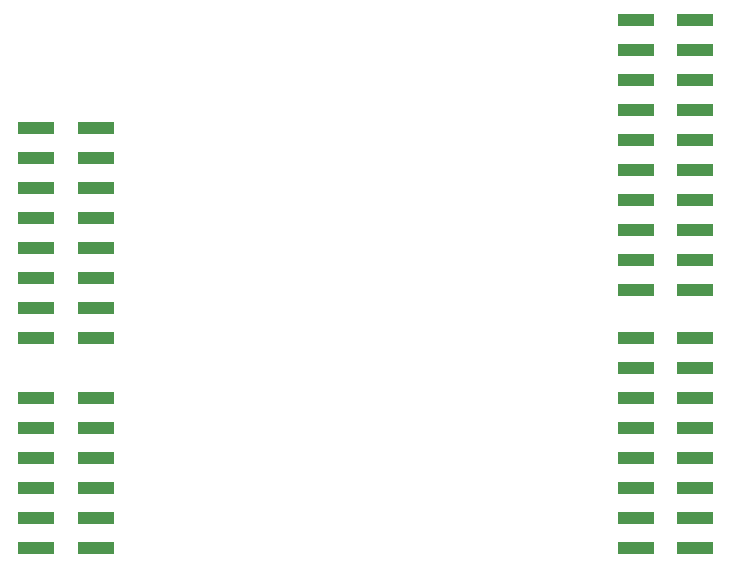
<source format=gbr>
G04 #@! TF.GenerationSoftware,KiCad,Pcbnew,(5.99.0-73-g24ea8f970)*
G04 #@! TF.CreationDate,2019-09-05T16:17:24-04:00*
G04 #@! TF.ProjectId,udoo-power,75646f6f-2d70-46f7-9765-722e6b696361,rev?*
G04 #@! TF.SameCoordinates,Original*
G04 #@! TF.FileFunction,Paste,Bot*
G04 #@! TF.FilePolarity,Positive*
%FSLAX46Y46*%
G04 Gerber Fmt 4.6, Leading zero omitted, Abs format (unit mm)*
G04 Created by KiCad (PCBNEW (5.99.0-73-g24ea8f970)) date 2019-09-05 16:17:24*
%MOMM*%
%LPD*%
G04 APERTURE LIST*
%ADD10R,3.150000X1.000000*%
G04 APERTURE END LIST*
D10*
X147432000Y-92811600D03*
X142382000Y-92811600D03*
X147432000Y-95351600D03*
X142382000Y-95351600D03*
X147432000Y-97891600D03*
X142382000Y-97891600D03*
X147432000Y-100431600D03*
X142382000Y-100431600D03*
X147432000Y-102971600D03*
X142382000Y-102971600D03*
X147432000Y-105511600D03*
X142382000Y-105511600D03*
X147432000Y-108051600D03*
X142382000Y-108051600D03*
X147432000Y-110591600D03*
X142382000Y-110591600D03*
X147432000Y-65887600D03*
X142382000Y-65887600D03*
X147432000Y-68427600D03*
X142382000Y-68427600D03*
X147432000Y-70967600D03*
X142382000Y-70967600D03*
X147432000Y-73507600D03*
X142382000Y-73507600D03*
X147432000Y-76047600D03*
X142382000Y-76047600D03*
X147432000Y-78587600D03*
X142382000Y-78587600D03*
X147432000Y-81127600D03*
X142382000Y-81127600D03*
X147432000Y-83667600D03*
X142382000Y-83667600D03*
X147432000Y-86207600D03*
X142382000Y-86207600D03*
X147432000Y-88747600D03*
X142382000Y-88747600D03*
X91607400Y-110591600D03*
X96657400Y-110591600D03*
X91607400Y-108051600D03*
X96657400Y-108051600D03*
X91607400Y-105511600D03*
X96657400Y-105511600D03*
X91607400Y-102971600D03*
X96657400Y-102971600D03*
X91607400Y-100431600D03*
X96657400Y-100431600D03*
X91607400Y-97891600D03*
X96657400Y-97891600D03*
X91607400Y-92811600D03*
X96657400Y-92811600D03*
X91607400Y-90271600D03*
X96657400Y-90271600D03*
X91607400Y-87731600D03*
X96657400Y-87731600D03*
X91607400Y-85191600D03*
X96657400Y-85191600D03*
X91607400Y-82651600D03*
X96657400Y-82651600D03*
X91607400Y-80111600D03*
X96657400Y-80111600D03*
X91607400Y-77571600D03*
X96657400Y-77571600D03*
X91607400Y-75031600D03*
X96657400Y-75031600D03*
M02*

</source>
